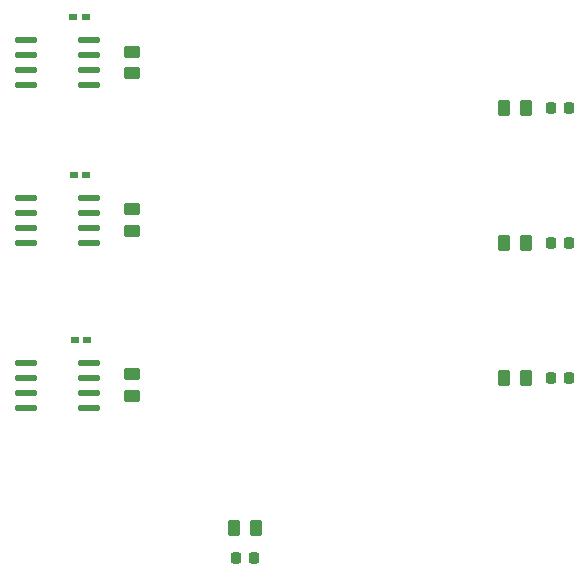
<source format=gbr>
%TF.GenerationSoftware,KiCad,Pcbnew,(6.0.7)*%
%TF.CreationDate,2022-08-17T13:42:15+03:00*%
%TF.ProjectId,Master Shield,4d617374-6572-4205-9368-69656c642e6b,1*%
%TF.SameCoordinates,Original*%
%TF.FileFunction,Paste,Top*%
%TF.FilePolarity,Positive*%
%FSLAX46Y46*%
G04 Gerber Fmt 4.6, Leading zero omitted, Abs format (unit mm)*
G04 Created by KiCad (PCBNEW (6.0.7)) date 2022-08-17 13:42:15*
%MOMM*%
%LPD*%
G01*
G04 APERTURE LIST*
G04 Aperture macros list*
%AMRoundRect*
0 Rectangle with rounded corners*
0 $1 Rounding radius*
0 $2 $3 $4 $5 $6 $7 $8 $9 X,Y pos of 4 corners*
0 Add a 4 corners polygon primitive as box body*
4,1,4,$2,$3,$4,$5,$6,$7,$8,$9,$2,$3,0*
0 Add four circle primitives for the rounded corners*
1,1,$1+$1,$2,$3*
1,1,$1+$1,$4,$5*
1,1,$1+$1,$6,$7*
1,1,$1+$1,$8,$9*
0 Add four rect primitives between the rounded corners*
20,1,$1+$1,$2,$3,$4,$5,0*
20,1,$1+$1,$4,$5,$6,$7,0*
20,1,$1+$1,$6,$7,$8,$9,0*
20,1,$1+$1,$8,$9,$2,$3,0*%
G04 Aperture macros list end*
%ADD10RoundRect,0.250000X-0.450000X0.262500X-0.450000X-0.262500X0.450000X-0.262500X0.450000X0.262500X0*%
%ADD11O,1.950216X0.568402*%
%ADD12RoundRect,0.250000X0.262500X0.450000X-0.262500X0.450000X-0.262500X-0.450000X0.262500X-0.450000X0*%
%ADD13RoundRect,0.218750X0.218750X0.256250X-0.218750X0.256250X-0.218750X-0.256250X0.218750X-0.256250X0*%
%ADD14R,0.790094X0.540005*%
%ADD15RoundRect,0.218750X-0.218750X-0.256250X0.218750X-0.256250X0.218750X0.256250X-0.218750X0.256250X0*%
G04 APERTURE END LIST*
D10*
%TO.C,R2*%
X42559019Y32027500D03*
X42559019Y30202500D03*
%TD*%
D11*
%TO.C,MASTER-2*%
X33503914Y33020004D03*
X33503914Y31750001D03*
X33503914Y30479999D03*
X33503914Y29209996D03*
X38914124Y29209996D03*
X38914124Y30479999D03*
X38914124Y31750001D03*
X38914124Y33020004D03*
%TD*%
D12*
%TO.C,R4*%
X75842500Y40640000D03*
X74017500Y40640000D03*
%TD*%
D13*
%TO.C,D3*%
X79527500Y17780000D03*
X77952500Y17780000D03*
%TD*%
D14*
%TO.C,C1*%
X37554915Y48311000D03*
X38645085Y48311000D03*
%TD*%
%TO.C,C3*%
X37658849Y20955000D03*
X38749019Y20955000D03*
%TD*%
D12*
%TO.C,R5*%
X75842500Y29210000D03*
X74017500Y29210000D03*
%TD*%
D11*
%TO.C,MASTER-1*%
X33503914Y46406004D03*
X33503914Y45136001D03*
X33503914Y43865999D03*
X33503914Y42595996D03*
X38914124Y42595996D03*
X38914124Y43865999D03*
X38914124Y45136001D03*
X38914124Y46406004D03*
%TD*%
D13*
%TO.C,D1*%
X79527500Y40640000D03*
X77952500Y40640000D03*
%TD*%
%TO.C,D2*%
X79527500Y29210000D03*
X77952500Y29210000D03*
%TD*%
D15*
%TO.C,D4*%
X51282500Y2540000D03*
X52857500Y2540000D03*
%TD*%
D14*
%TO.C,C2*%
X37568934Y34925000D03*
X38659104Y34925000D03*
%TD*%
D12*
%TO.C,R6*%
X75842500Y17780000D03*
X74017500Y17780000D03*
%TD*%
%TO.C,R7*%
X52982500Y5080000D03*
X51157500Y5080000D03*
%TD*%
D11*
%TO.C,MASTER-3*%
X33503914Y19050004D03*
X33503914Y17780001D03*
X33503914Y16509999D03*
X33503914Y15239996D03*
X38914124Y15239996D03*
X38914124Y16509999D03*
X38914124Y17780001D03*
X38914124Y19050004D03*
%TD*%
D10*
%TO.C,R1*%
X42559019Y45362500D03*
X42559019Y43537500D03*
%TD*%
%TO.C,R3*%
X42559019Y18057500D03*
X42559019Y16232500D03*
%TD*%
M02*

</source>
